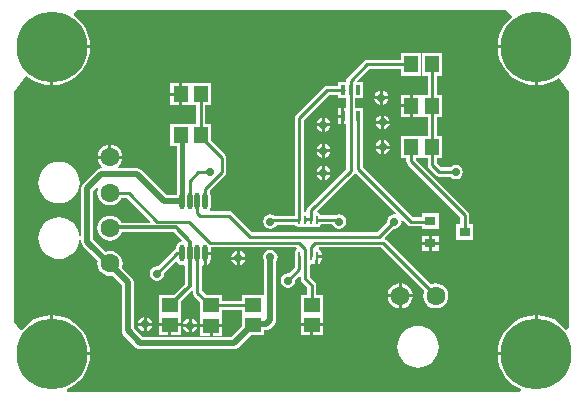
<source format=gtl>
G04 Layer_Physical_Order=1*
G04 Layer_Color=255*
%FSLAX25Y25*%
%MOIN*%
G70*
G01*
G75*
%ADD10R,0.04528X0.05512*%
%ADD11R,0.04724X0.05315*%
%ADD12R,0.04724X0.05512*%
%ADD13R,0.05315X0.04724*%
%ADD14R,0.03543X0.03150*%
%ADD15R,0.01378X0.03347*%
%ADD16O,0.00984X0.02953*%
%ADD17O,0.01772X0.05709*%
%ADD18C,0.01000*%
%ADD19C,0.01575*%
%ADD20C,0.01181*%
%ADD21C,0.01968*%
%ADD22C,0.06299*%
%ADD23C,0.23622*%
%ADD24C,0.02756*%
G36*
X167279Y130448D02*
X169095Y128065D01*
X168079Y127197D01*
X166769Y125664D01*
X165715Y123944D01*
X164944Y122081D01*
X164473Y120121D01*
X164354Y118610D01*
X177165D01*
Y118110D01*
X177665D01*
Y105299D01*
X179176Y105418D01*
X181136Y105889D01*
X182999Y106660D01*
X184640Y107665D01*
X188159Y103047D01*
Y24622D01*
X187587Y23871D01*
X187087Y23857D01*
X186252Y24835D01*
X184719Y26144D01*
X182999Y27198D01*
X181136Y27970D01*
X179176Y28440D01*
X177665Y28559D01*
Y15748D01*
X177165D01*
Y15248D01*
X164354D01*
X164473Y13738D01*
X164944Y11777D01*
X165715Y9914D01*
X166769Y8195D01*
X168079Y6661D01*
X169612Y5352D01*
X171331Y4298D01*
X171972Y4033D01*
X172102Y3550D01*
X171599Y2889D01*
X21119D01*
X20663Y3488D01*
X20793Y3971D01*
X21582Y4298D01*
X23301Y5352D01*
X24835Y6661D01*
X26144Y8195D01*
X27198Y9914D01*
X27970Y11777D01*
X28440Y13738D01*
X28559Y15248D01*
X15748D01*
Y15748D01*
X15248D01*
Y28559D01*
X13738Y28440D01*
X11777Y27970D01*
X9914Y27198D01*
X8195Y26144D01*
X6661Y24835D01*
X5723Y23736D01*
X5223Y23750D01*
X3119Y26511D01*
Y103047D01*
X7054Y108211D01*
X7551Y108264D01*
X8195Y107714D01*
X9914Y106660D01*
X11777Y105889D01*
X13738Y105418D01*
X15248Y105299D01*
Y118110D01*
X15748D01*
Y118610D01*
X28559D01*
X28440Y120121D01*
X27970Y122081D01*
X27198Y123944D01*
X26144Y125664D01*
X24835Y127197D01*
X23301Y128507D01*
X23086Y128638D01*
X22994Y129130D01*
X23999Y130449D01*
X167279D01*
Y130448D01*
D02*
G37*
%LPC*%
G36*
X18110Y79774D02*
X16757Y79640D01*
X15455Y79245D01*
X14255Y78604D01*
X13204Y77741D01*
X12341Y76690D01*
X11699Y75490D01*
X11305Y74188D01*
X11171Y72835D01*
X11305Y71481D01*
X11699Y70179D01*
X12341Y68980D01*
X13204Y67928D01*
X14255Y67065D01*
X15455Y66424D01*
X16757Y66029D01*
X18110Y65896D01*
X19464Y66029D01*
X20766Y66424D01*
X21965Y67065D01*
X23017Y67928D01*
X23880Y68980D01*
X24521Y70179D01*
X24916Y71481D01*
X25049Y72835D01*
X24916Y74188D01*
X24521Y75490D01*
X23880Y76690D01*
X23017Y77741D01*
X21965Y78604D01*
X20766Y79245D01*
X19464Y79640D01*
X18110Y79774D01*
D02*
G37*
G36*
X145783Y115961D02*
X139256D01*
Y108449D01*
X140990D01*
Y102181D01*
X136130D01*
Y98425D01*
Y94669D01*
X140990D01*
Y88303D01*
X132268D01*
Y80988D01*
X133904D01*
Y79921D01*
X134020Y79336D01*
X134352Y78840D01*
X151817Y61374D01*
Y58874D01*
X150575D01*
Y53724D01*
X156118D01*
Y58874D01*
X154876D01*
Y62008D01*
X154760Y62593D01*
X154428Y63089D01*
X137029Y80488D01*
X137123Y80988D01*
X140990D01*
Y78740D01*
X141107Y78155D01*
X141438Y77659D01*
X143800Y75296D01*
X144297Y74965D01*
X144882Y74849D01*
X148556D01*
X148679Y74664D01*
X149466Y74138D01*
X150394Y73953D01*
X151321Y74138D01*
X152108Y74664D01*
X152634Y75450D01*
X152818Y76378D01*
X152634Y77306D01*
X152108Y78092D01*
X151321Y78618D01*
X150394Y78803D01*
X149466Y78618D01*
X148679Y78092D01*
X148556Y77907D01*
X145515D01*
X144049Y79374D01*
Y80988D01*
X145685D01*
Y88303D01*
X144049D01*
Y94669D01*
X145685D01*
Y102181D01*
X144049D01*
Y108449D01*
X145783D01*
Y115961D01*
D02*
G37*
G36*
X144701Y52059D02*
X142429D01*
Y49984D01*
X144701D01*
Y52059D01*
D02*
G37*
G36*
X141429Y55134D02*
X139157D01*
Y53059D01*
X141429D01*
Y55134D01*
D02*
G37*
G36*
X144701D02*
X142429D01*
Y53059D01*
X144701D01*
Y55134D01*
D02*
G37*
G36*
X34618Y85419D02*
X34035Y85342D01*
X33026Y84924D01*
X32159Y84259D01*
X31494Y83392D01*
X31075Y82383D01*
X30999Y81799D01*
X34618D01*
Y85419D01*
D02*
G37*
G36*
X106020Y24894D02*
X102862D01*
Y22031D01*
X106020D01*
Y24894D01*
D02*
G37*
G36*
X125484Y86971D02*
X125056Y86886D01*
X124270Y86360D01*
X123744Y85574D01*
X123659Y85146D01*
X125484D01*
Y86971D01*
D02*
G37*
G36*
X128309Y84146D02*
X126484D01*
Y82321D01*
X126912Y82406D01*
X127699Y82931D01*
X128224Y83718D01*
X128309Y84146D01*
D02*
G37*
G36*
X35618Y85419D02*
Y81799D01*
X39238D01*
X39161Y82383D01*
X38743Y83392D01*
X38078Y84259D01*
X37211Y84924D01*
X36202Y85342D01*
X35618Y85419D01*
D02*
G37*
G36*
X125484Y84146D02*
X123659D01*
X123744Y83718D01*
X124270Y82931D01*
X125056Y82406D01*
X125484Y82321D01*
Y84146D01*
D02*
G37*
G36*
X132390Y39238D02*
Y35618D01*
X136010D01*
X135933Y36202D01*
X135515Y37211D01*
X134849Y38078D01*
X133983Y38743D01*
X132973Y39161D01*
X132390Y39238D01*
D02*
G37*
G36*
X77453Y47138D02*
X75628D01*
X75713Y46710D01*
X76238Y45923D01*
X77025Y45398D01*
X77453Y45313D01*
Y47138D01*
D02*
G37*
G36*
X131390Y39238D02*
X130807Y39161D01*
X129797Y38743D01*
X128930Y38078D01*
X128265Y37211D01*
X127847Y36202D01*
X127770Y35618D01*
X131390D01*
Y39238D01*
D02*
G37*
G36*
Y34618D02*
X127770D01*
X127847Y34035D01*
X128265Y33026D01*
X128930Y32159D01*
X129797Y31494D01*
X130807Y31075D01*
X131390Y30999D01*
Y34618D01*
D02*
G37*
G36*
X136010D02*
X132390D01*
Y30999D01*
X132973Y31075D01*
X133983Y31494D01*
X134849Y32159D01*
X135515Y33026D01*
X135933Y34035D01*
X136010Y34618D01*
D02*
G37*
G36*
X80278Y47138D02*
X78453D01*
Y45313D01*
X78881Y45398D01*
X79667Y45923D01*
X80193Y46710D01*
X80278Y47138D01*
D02*
G37*
G36*
X78453Y49963D02*
Y48138D01*
X80278D01*
X80193Y48566D01*
X79667Y49352D01*
X78881Y49878D01*
X78453Y49963D01*
D02*
G37*
G36*
X141429Y52059D02*
X139157D01*
Y49984D01*
X141429D01*
Y52059D01*
D02*
G37*
G36*
X77453Y49963D02*
X77025Y49878D01*
X76238Y49352D01*
X75713Y48566D01*
X75628Y48138D01*
X77453D01*
Y49963D01*
D02*
G37*
G36*
X68754Y48713D02*
X67331D01*
Y45421D01*
X67567Y45468D01*
X68190Y45884D01*
X68607Y46508D01*
X68754Y47244D01*
Y48713D01*
D02*
G37*
G36*
X105655Y47728D02*
X104634D01*
Y45822D01*
X104716Y45838D01*
X105210Y46168D01*
X105539Y46662D01*
X105655Y47244D01*
Y47728D01*
D02*
G37*
G36*
X125091Y100681D02*
X123266D01*
X123351Y100253D01*
X123876Y99467D01*
X124663Y98941D01*
X125091Y98856D01*
Y100681D01*
D02*
G37*
G36*
X16248Y28559D02*
Y16248D01*
X28559D01*
X28440Y17758D01*
X27970Y19719D01*
X27198Y21582D01*
X26144Y23301D01*
X24835Y24835D01*
X23301Y26144D01*
X21582Y27198D01*
X19719Y27970D01*
X17758Y28440D01*
X16248Y28559D01*
D02*
G37*
G36*
X127916Y100681D02*
X126091D01*
Y98856D01*
X126518Y98941D01*
X127305Y99467D01*
X127831Y100253D01*
X127916Y100681D01*
D02*
G37*
G36*
X135130Y102181D02*
X132268D01*
Y98925D01*
X135130D01*
Y102181D01*
D02*
G37*
G36*
X176665Y28559D02*
X175155Y28440D01*
X173194Y27970D01*
X171331Y27198D01*
X169612Y26144D01*
X168079Y24835D01*
X166769Y23301D01*
X165715Y21582D01*
X164944Y19719D01*
X164473Y17758D01*
X164354Y16248D01*
X176665D01*
Y28559D01*
D02*
G37*
G36*
X126484Y95239D02*
Y93413D01*
X128309D01*
X128224Y93841D01*
X127699Y94628D01*
X126912Y95153D01*
X126484Y95239D01*
D02*
G37*
G36*
X135130Y97925D02*
X132268D01*
Y94669D01*
X135130D01*
Y97925D01*
D02*
G37*
G36*
X125484Y95239D02*
X125056Y95153D01*
X124270Y94628D01*
X123744Y93841D01*
X123659Y93413D01*
X125484D01*
Y95239D01*
D02*
G37*
G36*
X58161Y101862D02*
X55299D01*
Y98705D01*
X58161D01*
Y101862D01*
D02*
G37*
G36*
X137795Y25049D02*
X136442Y24916D01*
X135140Y24521D01*
X133940Y23880D01*
X132889Y23017D01*
X132026Y21965D01*
X131385Y20766D01*
X130990Y19464D01*
X130856Y18110D01*
X130990Y16757D01*
X131385Y15455D01*
X132026Y14255D01*
X132889Y13204D01*
X133940Y12341D01*
X135140Y11699D01*
X136442Y11305D01*
X137795Y11171D01*
X139149Y11305D01*
X140451Y11699D01*
X141650Y12341D01*
X142702Y13204D01*
X143565Y14255D01*
X144206Y15455D01*
X144601Y16757D01*
X144734Y18110D01*
X144601Y19464D01*
X144206Y20766D01*
X143565Y21965D01*
X142702Y23017D01*
X141650Y23880D01*
X140451Y24521D01*
X139149Y24916D01*
X137795Y25049D01*
D02*
G37*
G36*
X176665Y117610D02*
X164354D01*
X164473Y116100D01*
X164944Y114139D01*
X165715Y112276D01*
X166769Y110557D01*
X168079Y109023D01*
X169612Y107714D01*
X171331Y106660D01*
X173194Y105889D01*
X175155Y105418D01*
X176665Y105299D01*
Y117610D01*
D02*
G37*
G36*
X125484Y92413D02*
X123659D01*
X123744Y91986D01*
X124270Y91199D01*
X125056Y90673D01*
X125484Y90588D01*
Y92413D01*
D02*
G37*
G36*
X138697Y115961D02*
X132169D01*
Y113734D01*
X120946D01*
X120361Y113618D01*
X119865Y113286D01*
X114273Y107694D01*
X113941Y107198D01*
X113825Y106613D01*
Y106217D01*
X111106D01*
Y105073D01*
X107480D01*
X106895Y104956D01*
X106399Y104625D01*
X97147Y95373D01*
X96815Y94877D01*
X96699Y94291D01*
Y61766D01*
X89985D01*
X89511Y62082D01*
X88583Y62267D01*
X87655Y62082D01*
X86868Y61557D01*
X86343Y60770D01*
X86158Y59842D01*
X86343Y58915D01*
X86868Y58128D01*
X87655Y57603D01*
X88583Y57418D01*
X89511Y57603D01*
X90297Y58128D01*
X90684Y58707D01*
X96930D01*
X97153Y58373D01*
X97646Y58043D01*
X98228Y57928D01*
X98811Y58043D01*
X99213Y58312D01*
X99615Y58043D01*
X100197Y57928D01*
X100779Y58043D01*
X101181Y58312D01*
X101583Y58043D01*
X102165Y57928D01*
X102748Y58043D01*
X103150Y58312D01*
X103552Y58043D01*
X104134Y57928D01*
X104716Y58043D01*
X105210Y58373D01*
X105539Y58867D01*
X105547Y58904D01*
X109185D01*
X109703Y58128D01*
X110489Y57603D01*
X111417Y57418D01*
X112345Y57603D01*
X113132Y58128D01*
X113657Y58915D01*
X113842Y59842D01*
X113657Y60770D01*
X113132Y61557D01*
X112345Y62082D01*
X111417Y62267D01*
X110489Y62082D01*
X110310Y61962D01*
X105547D01*
X105539Y62000D01*
X105210Y62493D01*
X104716Y62823D01*
X104349Y62896D01*
X104161Y63415D01*
X116436Y75690D01*
X116548Y75858D01*
X117186Y75926D01*
X130439Y62674D01*
X130192Y62213D01*
X129921Y62267D01*
X128993Y62082D01*
X128207Y61557D01*
X127681Y60770D01*
X127497Y59842D01*
X127540Y59624D01*
X124170Y56254D01*
X82523D01*
X75885Y62893D01*
X75388Y63224D01*
X74803Y63340D01*
X68810D01*
X68574Y63781D01*
X68607Y63831D01*
X68754Y64567D01*
Y68504D01*
X68607Y69240D01*
X68360Y69609D01*
Y70134D01*
X73522Y75296D01*
X73854Y75793D01*
X73970Y76378D01*
Y81102D01*
X73854Y81688D01*
X73522Y82184D01*
X68717Y86990D01*
Y92240D01*
X66884D01*
Y98705D01*
X68717D01*
Y106020D01*
X59162D01*
Y102362D01*
Y98705D01*
X63825D01*
Y92240D01*
X55299D01*
Y84925D01*
X57331D01*
Y69008D01*
X57242Y68559D01*
X53988D01*
X45525Y77021D01*
X44869Y77460D01*
X44094Y77614D01*
X37953D01*
X37783Y78114D01*
X38078Y78340D01*
X38743Y79207D01*
X39161Y80216D01*
X39238Y80799D01*
X35118D01*
Y81299D01*
D01*
Y80799D01*
X30999D01*
X31075Y80216D01*
X31494Y79207D01*
X32159Y78340D01*
X32453Y78114D01*
X32284Y77614D01*
X32283D01*
X31509Y77460D01*
X30853Y77021D01*
X26129Y72297D01*
X25690Y71640D01*
X25536Y70866D01*
Y54490D01*
X25036Y54465D01*
X25015Y54680D01*
X24916Y55685D01*
X24521Y56986D01*
X23880Y58186D01*
X23017Y59237D01*
X21965Y60100D01*
X20766Y60742D01*
X19464Y61136D01*
X18110Y61270D01*
X16757Y61136D01*
X15455Y60742D01*
X14255Y60100D01*
X13204Y59237D01*
X12341Y58186D01*
X11699Y56986D01*
X11305Y55685D01*
X11171Y54331D01*
X11305Y52977D01*
X11699Y51675D01*
X12341Y50476D01*
X13204Y49424D01*
X14255Y48561D01*
X15455Y47920D01*
X16757Y47525D01*
X18110Y47392D01*
X19464Y47525D01*
X20766Y47920D01*
X21965Y48561D01*
X23017Y49424D01*
X23880Y50476D01*
X24521Y51675D01*
X24916Y52977D01*
X25015Y53982D01*
X25036Y54197D01*
X25536Y54172D01*
Y53150D01*
X25690Y52375D01*
X26129Y51719D01*
X31055Y46793D01*
X30933Y45866D01*
X31075Y44783D01*
X31494Y43774D01*
X32159Y42907D01*
X33026Y42242D01*
X34035Y41824D01*
X35118Y41681D01*
X36045Y41803D01*
X39001Y38847D01*
Y23543D01*
X39155Y22769D01*
X39593Y22113D01*
X43845Y17861D01*
X44501Y17422D01*
X45276Y17268D01*
X76378D01*
X77152Y17422D01*
X77808Y17861D01*
X81979Y22031D01*
X86335D01*
Y23567D01*
X87008D01*
X87782Y23721D01*
X88438Y24160D01*
X90013Y25735D01*
X90452Y26391D01*
X90606Y27165D01*
Y46779D01*
X90823Y47104D01*
X91007Y48031D01*
X90823Y48959D01*
X90297Y49746D01*
X89511Y50271D01*
X88583Y50456D01*
X87655Y50271D01*
X86868Y49746D01*
X86343Y48959D01*
X86158Y48031D01*
X86343Y47104D01*
X86560Y46779D01*
Y35856D01*
X86335Y35449D01*
X79020D01*
Y33419D01*
X72555D01*
Y35252D01*
X67305D01*
X65801Y36756D01*
Y45109D01*
X66301Y45427D01*
X66331Y45421D01*
Y49213D01*
X66831D01*
Y49712D01*
X68754D01*
Y51181D01*
X68791Y51227D01*
X97103D01*
X97352Y50933D01*
X97266Y50364D01*
X97153Y50288D01*
X96823Y49795D01*
X96707Y49213D01*
Y48269D01*
X96699Y48228D01*
Y44531D01*
X94706Y42539D01*
X94488Y42582D01*
X93560Y42397D01*
X92774Y41872D01*
X92248Y41085D01*
X92064Y40157D01*
X92248Y39230D01*
X92774Y38443D01*
X93560Y37918D01*
X94488Y37733D01*
X95416Y37918D01*
X96203Y38443D01*
X96728Y39230D01*
X96913Y40157D01*
X96869Y40376D01*
X98205Y41712D01*
X98667Y41521D01*
Y40748D01*
X98784Y40163D01*
X99115Y39667D01*
X100833Y37949D01*
Y35449D01*
X98705D01*
Y28725D01*
Y25894D01*
X102362D01*
X106020D01*
Y28725D01*
Y35449D01*
X103892D01*
Y38583D01*
X103775Y39168D01*
X103444Y39664D01*
X101726Y41382D01*
Y45416D01*
X102113Y45733D01*
X102165Y45723D01*
X102748Y45838D01*
X103150Y46107D01*
X103552Y45838D01*
X103634Y45822D01*
Y46977D01*
X103687Y47244D01*
Y48188D01*
X103695Y48228D01*
X104134D01*
Y48728D01*
X105655D01*
Y49213D01*
X105539Y49795D01*
X105210Y50288D01*
X104821Y50548D01*
X104668Y50907D01*
X104629Y51145D01*
X104686Y51227D01*
X125351D01*
X139868Y36709D01*
X139658Y36202D01*
X139515Y35118D01*
X139658Y34035D01*
X140076Y33026D01*
X140741Y32159D01*
X141608Y31494D01*
X142618Y31075D01*
X143701Y30933D01*
X144784Y31075D01*
X145794Y31494D01*
X146660Y32159D01*
X147326Y33026D01*
X147744Y34035D01*
X147886Y35118D01*
X147744Y36202D01*
X147326Y37211D01*
X146660Y38078D01*
X145794Y38743D01*
X144784Y39161D01*
X143701Y39304D01*
X142618Y39161D01*
X141999Y38905D01*
X127066Y53837D01*
X126898Y53949D01*
X126830Y54588D01*
X129703Y57461D01*
X129921Y57418D01*
X130849Y57603D01*
X131636Y58128D01*
X132161Y58915D01*
X132346Y59842D01*
X132292Y60114D01*
X132753Y60360D01*
X134352Y58761D01*
X134848Y58429D01*
X135433Y58313D01*
X139157D01*
Y57464D01*
X144701D01*
Y62614D01*
X139157D01*
Y61372D01*
X136067D01*
X119443Y77996D01*
Y92209D01*
X119602D01*
Y97555D01*
X116884D01*
Y100870D01*
X119602D01*
Y106217D01*
X117774D01*
X117583Y106678D01*
X121580Y110675D01*
X132169D01*
Y108449D01*
X138697D01*
Y115961D01*
D02*
G37*
G36*
X126484Y86971D02*
Y85146D01*
X128309D01*
X128224Y85574D01*
X127699Y86360D01*
X126912Y86886D01*
X126484Y86971D01*
D02*
G37*
G36*
X101862Y24894D02*
X98705D01*
Y22031D01*
X101862D01*
Y24894D01*
D02*
G37*
G36*
X126091Y103506D02*
Y101681D01*
X127916D01*
X127831Y102109D01*
X127305Y102895D01*
X126518Y103421D01*
X126091Y103506D01*
D02*
G37*
G36*
X125091D02*
X124663Y103421D01*
X123876Y102895D01*
X123351Y102109D01*
X123266Y101681D01*
X125091D01*
Y103506D01*
D02*
G37*
G36*
X58161Y106020D02*
X55299D01*
Y102862D01*
X58161D01*
Y106020D01*
D02*
G37*
G36*
X128309Y92413D02*
X126484D01*
Y90588D01*
X126912Y90673D01*
X127699Y91199D01*
X128224Y91986D01*
X128309Y92413D01*
D02*
G37*
G36*
X28559Y117610D02*
X16248D01*
Y105299D01*
X17758Y105418D01*
X19719Y105889D01*
X21582Y106660D01*
X23301Y107714D01*
X24835Y109023D01*
X26144Y110557D01*
X27198Y112276D01*
X27970Y114139D01*
X28440Y116100D01*
X28559Y117610D01*
D02*
G37*
%LPD*%
G36*
X111106Y100870D02*
X113825D01*
Y97555D01*
X113295D01*
Y94882D01*
Y92209D01*
X113825D01*
Y77405D01*
X101084Y64664D01*
X100752Y64168D01*
X100636Y63583D01*
Y63245D01*
X100250Y62928D01*
X100197Y62939D01*
X100144Y62928D01*
X99758Y63245D01*
Y93658D01*
X108114Y102014D01*
X111106D01*
Y100870D01*
D02*
G37*
G36*
X31247Y70986D02*
X31075Y70572D01*
X30933Y69488D01*
X31075Y68405D01*
X31494Y67396D01*
X32159Y66529D01*
X33026Y65864D01*
X34035Y65446D01*
X35118Y65303D01*
X36202Y65446D01*
X37211Y65864D01*
X38078Y66529D01*
X38743Y67396D01*
X38895Y67762D01*
X40705D01*
X48509Y59958D01*
X48318Y59496D01*
X38857D01*
X38743Y59770D01*
X38078Y60637D01*
X37211Y61302D01*
X36202Y61720D01*
X35118Y61863D01*
X34035Y61720D01*
X33026Y61302D01*
X32159Y60637D01*
X31494Y59770D01*
X31075Y58760D01*
X30933Y57677D01*
X31075Y56594D01*
X31494Y55585D01*
X32159Y54718D01*
X33026Y54053D01*
X34035Y53635D01*
X35118Y53492D01*
X36202Y53635D01*
X37211Y54053D01*
X38078Y54718D01*
X38743Y55585D01*
X39020Y56252D01*
X56436D01*
X59103Y53585D01*
X58923Y53058D01*
X58418Y52957D01*
X57794Y52541D01*
X57377Y51917D01*
X57231Y51181D01*
Y50692D01*
X56895Y50625D01*
X56399Y50294D01*
X51006Y44901D01*
X50787Y44944D01*
X49860Y44760D01*
X49073Y44234D01*
X48547Y43448D01*
X48363Y42520D01*
X48547Y41592D01*
X49073Y40805D01*
X49860Y40280D01*
X50787Y40095D01*
X51715Y40280D01*
X52502Y40805D01*
X53027Y41592D01*
X53212Y42520D01*
X53168Y42738D01*
X56912Y46481D01*
X57485Y46347D01*
X57794Y45884D01*
X58418Y45468D01*
X59154Y45321D01*
X59591Y45408D01*
X60091Y45047D01*
Y39156D01*
X56384Y35449D01*
X51460D01*
Y28725D01*
Y25894D01*
X55118D01*
X58776D01*
Y28725D01*
Y33254D01*
X62280Y36759D01*
X62742Y36567D01*
Y36122D01*
X62859Y35537D01*
X63190Y35041D01*
X65240Y32991D01*
Y28528D01*
Y25697D01*
X68898D01*
X72555D01*
Y28528D01*
Y30360D01*
X79020D01*
Y28725D01*
Y24794D01*
X75540Y21315D01*
X46114D01*
X43047Y24381D01*
Y39685D01*
X42893Y40459D01*
X42454Y41115D01*
X39051Y44518D01*
X39161Y44783D01*
X39304Y45866D01*
X39161Y46949D01*
X38743Y47959D01*
X38078Y48826D01*
X37211Y49491D01*
X36202Y49909D01*
X35118Y50052D01*
X34035Y49909D01*
X33770Y49799D01*
X29582Y53988D01*
Y70028D01*
X30823Y71269D01*
X31247Y70986D01*
D02*
G37*
%LPC*%
G36*
X108624Y91626D02*
X106799D01*
Y89801D01*
X107227Y89886D01*
X108014Y90412D01*
X108539Y91198D01*
X108624Y91626D01*
D02*
G37*
G36*
X105799D02*
X103974D01*
X104059Y91198D01*
X104585Y90412D01*
X105371Y89886D01*
X105799Y89801D01*
Y91626D01*
D02*
G37*
G36*
X106799Y85790D02*
Y83965D01*
X108624D01*
X108539Y84392D01*
X108014Y85179D01*
X107227Y85704D01*
X106799Y85790D01*
D02*
G37*
G36*
X112295Y94382D02*
X111106D01*
Y92209D01*
X112295D01*
Y94382D01*
D02*
G37*
G36*
Y97555D02*
X111106D01*
Y95382D01*
X112295D01*
Y97555D01*
D02*
G37*
G36*
X106799Y94451D02*
Y92626D01*
X108624D01*
X108539Y93054D01*
X108014Y93840D01*
X107227Y94366D01*
X106799Y94451D01*
D02*
G37*
G36*
X105799D02*
X105371Y94366D01*
X104585Y93840D01*
X104059Y93054D01*
X103974Y92626D01*
X105799D01*
Y94451D01*
D02*
G37*
G36*
Y85790D02*
X105371Y85704D01*
X104585Y85179D01*
X104059Y84392D01*
X103974Y83965D01*
X105799D01*
Y85790D01*
D02*
G37*
G36*
X108624Y75484D02*
X106799D01*
Y73659D01*
X107227Y73744D01*
X108014Y74270D01*
X108539Y75056D01*
X108624Y75484D01*
D02*
G37*
G36*
X105799D02*
X103974D01*
X104059Y75056D01*
X104585Y74270D01*
X105371Y73744D01*
X105799Y73659D01*
Y75484D01*
D02*
G37*
G36*
Y78309D02*
X105371Y78224D01*
X104585Y77699D01*
X104059Y76912D01*
X103974Y76484D01*
X105799D01*
Y78309D01*
D02*
G37*
G36*
X108624Y82965D02*
X106799D01*
Y81139D01*
X107227Y81225D01*
X108014Y81750D01*
X108539Y82537D01*
X108624Y82965D01*
D02*
G37*
G36*
X105799D02*
X103974D01*
X104059Y82537D01*
X104585Y81750D01*
X105371Y81225D01*
X105799Y81139D01*
Y82965D01*
D02*
G37*
G36*
X106799Y78309D02*
Y76484D01*
X108624D01*
X108539Y76912D01*
X108014Y77699D01*
X107227Y78224D01*
X106799Y78309D01*
D02*
G37*
G36*
X68398Y24697D02*
X65240D01*
Y21835D01*
X68398D01*
Y24697D01*
D02*
G37*
G36*
X58776Y24894D02*
X55618D01*
Y22031D01*
X58776D01*
Y24894D01*
D02*
G37*
G36*
X72555Y24697D02*
X69398D01*
Y21835D01*
X72555D01*
Y24697D01*
D02*
G37*
G36*
X62311Y27522D02*
Y25697D01*
X64136D01*
X64051Y26125D01*
X63525Y26911D01*
X62739Y27437D01*
X62311Y27522D01*
D02*
G37*
G36*
X54618Y24894D02*
X51460D01*
Y22031D01*
X54618D01*
Y24894D01*
D02*
G37*
G36*
X49176Y25091D02*
X47350D01*
Y23266D01*
X47778Y23351D01*
X48565Y23876D01*
X49090Y24663D01*
X49176Y25091D01*
D02*
G37*
G36*
X61311Y27522D02*
X60883Y27437D01*
X60097Y26911D01*
X59571Y26125D01*
X59486Y25697D01*
X61311D01*
Y27522D01*
D02*
G37*
G36*
X46350Y25091D02*
X44525D01*
X44610Y24663D01*
X45136Y23876D01*
X45923Y23351D01*
X46350Y23266D01*
Y25091D01*
D02*
G37*
G36*
X61311Y24697D02*
X59486D01*
X59571Y24269D01*
X60097Y23482D01*
X60883Y22957D01*
X61311Y22872D01*
Y24697D01*
D02*
G37*
G36*
X64136D02*
X62311D01*
Y22872D01*
X62739Y22957D01*
X63525Y23482D01*
X64051Y24269D01*
X64136Y24697D01*
D02*
G37*
G36*
X46350Y27916D02*
X45923Y27830D01*
X45136Y27305D01*
X44610Y26518D01*
X44525Y26091D01*
X46350D01*
Y27916D01*
D02*
G37*
G36*
X47350D02*
Y26091D01*
X49176D01*
X49090Y26518D01*
X48565Y27305D01*
X47778Y27830D01*
X47350Y27916D01*
D02*
G37*
%LPD*%
D10*
X135433Y112205D02*
D03*
X142520D02*
D03*
D11*
X65354Y102362D02*
D03*
X58662D02*
D03*
X142323Y84646D02*
D03*
X135630D02*
D03*
X58662Y88583D02*
D03*
X65354D02*
D03*
D12*
X135630Y98425D02*
D03*
X142323D02*
D03*
D13*
X102362Y32087D02*
D03*
Y25394D02*
D03*
X55118Y32087D02*
D03*
Y25394D02*
D03*
X68898Y31890D02*
D03*
Y25197D02*
D03*
X82677Y25394D02*
D03*
Y32087D02*
D03*
D14*
X153347Y56299D02*
D03*
X141929Y52559D02*
D03*
Y60039D02*
D03*
D15*
X117913Y103543D02*
D03*
X115354D02*
D03*
X112795D02*
D03*
Y94882D02*
D03*
X117913D02*
D03*
D16*
X98228Y48228D02*
D03*
X100197D02*
D03*
X102165D02*
D03*
X104134D02*
D03*
X98228Y60433D02*
D03*
X100197D02*
D03*
X102165D02*
D03*
X104134D02*
D03*
D17*
X66831Y66536D02*
D03*
X64272D02*
D03*
X61713D02*
D03*
X59154D02*
D03*
X66831Y49213D02*
D03*
X64272D02*
D03*
X61713D02*
D03*
X59154D02*
D03*
D18*
X135433Y59842D02*
X142126D01*
X117913Y77362D02*
X135433Y59842D01*
X117913Y77362D02*
Y94882D01*
X125984Y52756D02*
X143701Y35039D01*
X143701D01*
X103543Y52756D02*
X125984D01*
X135433Y79921D02*
Y85039D01*
X153347Y56299D02*
Y62008D01*
X135433Y79921D02*
X153347Y62008D01*
X135630Y98425D02*
X136024D01*
X57480Y49213D02*
X59154D01*
X50787Y42520D02*
X57480Y49213D01*
X98228Y43898D02*
Y48228D01*
X94488Y40157D02*
X98228Y43898D01*
X65354Y88583D02*
Y102362D01*
X65354Y88583D02*
X65748Y88189D01*
X120946Y112205D02*
X135433D01*
X115354Y103543D02*
Y106613D01*
X120946Y112205D01*
X112795Y103543D02*
X112992D01*
X104134Y60433D02*
X110827D01*
X111417Y59842D01*
X64173Y62706D02*
Y66437D01*
X64272Y66536D01*
X64173Y62706D02*
X65068Y61811D01*
X142520Y78740D02*
Y84252D01*
X124803Y54724D02*
X129921Y59842D01*
X115354Y76772D02*
Y103543D01*
X102165Y60433D02*
Y63583D01*
X115354Y76772D01*
X100197Y60433D02*
X100394Y60630D01*
X101969D01*
X100197Y40748D02*
X102362Y38583D01*
X100197Y40748D02*
Y48228D01*
X50878Y59752D02*
X61333D01*
X41339Y69291D02*
X50878Y59752D01*
X88583Y59842D02*
X88976Y60236D01*
X98032D02*
X98228Y60433D01*
X88976Y60236D02*
X98032D01*
X64272Y36122D02*
Y49213D01*
Y36122D02*
X68504Y31890D01*
X68898D01*
X82677D01*
X66831Y66536D02*
Y70768D01*
X72441Y76378D01*
Y81102D01*
X65748Y87795D02*
X72441Y81102D01*
X65748Y87795D02*
Y88189D01*
X142520Y78740D02*
X144882Y76378D01*
X150394D01*
X100197Y48228D02*
Y50591D01*
X61333Y59752D02*
X68329Y52756D01*
X98032D02*
X100197Y50591D01*
X68329Y52756D02*
X98032D01*
X102165Y48228D02*
Y51378D01*
X103543Y52756D01*
X98228Y60433D02*
Y94291D01*
X107480Y103543D01*
X112795D01*
X61713Y66536D02*
Y73524D01*
X64567Y76378D01*
X68504D01*
X35039Y69291D02*
X41339D01*
X102362Y31890D02*
Y38583D01*
X81890Y54724D02*
X124803D01*
X65068Y61811D02*
X74803D01*
X81890Y54724D01*
X142520Y84252D02*
Y112205D01*
D19*
X59154Y66536D02*
Y88090D01*
D20*
X61713Y49213D02*
X61811Y49311D01*
Y53171D01*
X57108Y57874D02*
X61811Y53171D01*
X61713Y38484D02*
Y49213D01*
X55118Y31890D02*
X61713Y38484D01*
X35039Y57874D02*
X57108D01*
D21*
X45276Y19291D02*
X76378D01*
X41024Y23543D02*
Y39685D01*
Y23543D02*
X45276Y19291D01*
X53150Y66535D02*
X59055D01*
X87008Y25591D02*
X88583Y27165D01*
Y48031D01*
X35039Y45669D02*
X41024Y39685D01*
X27559Y53150D02*
Y70866D01*
X32283Y75590D01*
X44094D01*
X53150Y66535D01*
X35039Y45669D02*
Y46063D01*
X27559Y53150D02*
X35039Y45669D01*
X76378Y19291D02*
X82677Y25591D01*
X87008D01*
D22*
X35118Y81299D02*
D03*
Y69488D02*
D03*
Y57677D02*
D03*
Y45866D02*
D03*
X131890Y35118D02*
D03*
X143701D02*
D03*
D23*
X15748Y118110D02*
D03*
X177165D02*
D03*
Y15748D02*
D03*
X15748D02*
D03*
D24*
X94488Y40157D02*
D03*
X68504Y76378D02*
D03*
X111417Y59842D02*
D03*
X150394Y76378D02*
D03*
X129921Y59842D02*
D03*
X88583D02*
D03*
X50787Y42520D02*
D03*
X88583Y48031D02*
D03*
X77953Y47638D02*
D03*
X106299Y83465D02*
D03*
X125984Y92913D02*
D03*
X46850Y25591D02*
D03*
X61811Y25197D02*
D03*
X125984Y84646D02*
D03*
X125591Y101181D02*
D03*
X106299Y92126D02*
D03*
Y75984D02*
D03*
M02*

</source>
